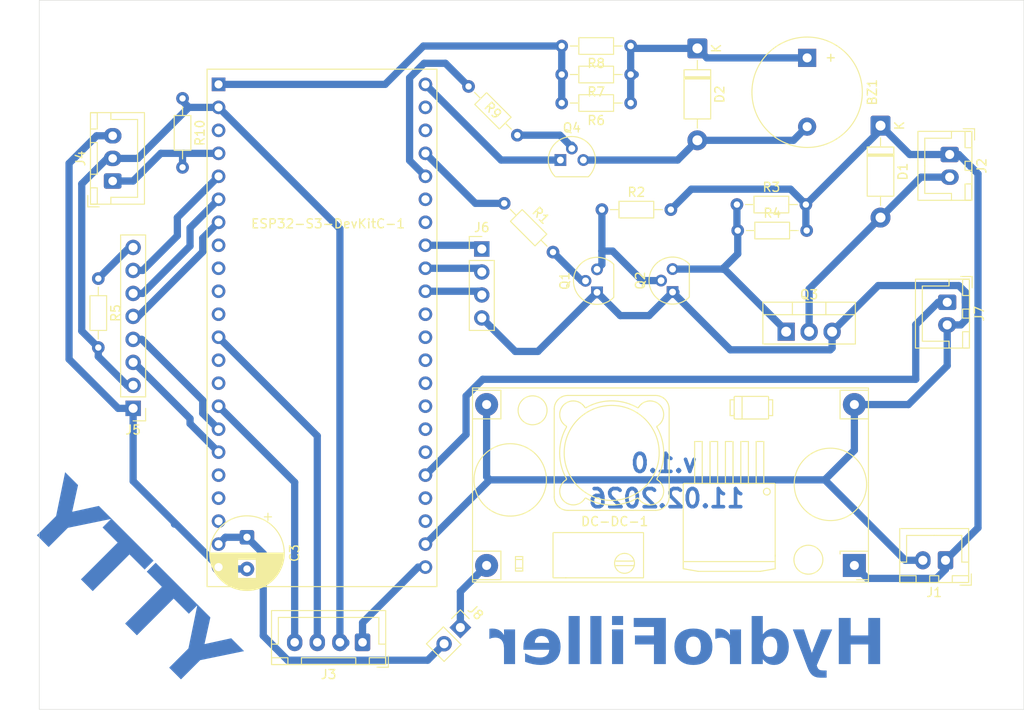
<source format=kicad_pcb>
(kicad_pcb (version 20241229) (generator "pcbnew") (generator_version "9.0")
  (title_block (title "HydroFiller") (date "2026-02-10") (rev "v.1.0") (comment 4 "YTTY"))
  (layers (0 "F.Cu" signal) (2 "B.Cu" signal) (13 "F.Paste" user) (15 "B.Paste" user) (5 "F.SilkS" user "F.Silkscreen") (7 "B.SilkS" user "B.Silkscreen") (1 "F.Mask" user) (3 "B.Mask" user) (25 "Edge.Cuts" user))
  (net 0 "")
  (net 1 "GND")
  (net 2 "Net-(BZ1-+)")
  (net 3 "+12V")
  (net 4 "Net-(DC-DC-1-Vout)")
  (net 5 "Net-(D1-A)")
  (net 8 "Net-(ESP32-S3-DevKitC-1-11)")
  (net 10 "Net-(J5-Pin_7)")
  (net 11 "Net-(ESP32-S3-DevKitC-1-8)")
  (net 16 "Net-(ESP32-S3-DevKitC-1-9)")
  (net 18 "Net-(J5-Pin_6)")
  (net 20 "Net-(J5-Pin_5)")
  (net 21 "Net-(J5-Pin_8)")
  (net 22 "Net-(Q1-B)")
  (net 23 "Net-(Q1-C)")
  (net 24 "Net-(Q2-C)")
  (net 25 "Net-(ESP32-S3-DevKitC-1-10)")
  (net 26 "Net-(J4-Pin_1)")
  (net 27 "Net-(J3-Pin_2)")
  (net 28 "Net-(BZ1--)")
  (net 29 "Net-(ESP32-S3-DevKitC-1-21)")
  (net 34 "Net-(ESP32-S3-DevKitC-1-39)")
  (net 36 "Net-(ESP32-S3-DevKitC-1-2)")
  (net 39 "Net-(ESP32-S3-DevKitC-1-38)")
  (net 41 "Net-(ESP32-S3-DevKitC-1-1)")
  (net 44 "Net-(ESP32-S3-DevKitC-1-40)")
  (net 48 "unconnected-(ESP32-S3-DevKitC-1-12-Pad18)")
  (net 49 "Net-(Q4-B)")
  (net 50 "Net-(ESP32-S3-DevKitC-1-5Vin)")
  (footprint "Package_TO_SOT_THT:TO-92" (layer "F.Cu") (at 143.82 76.21)
    (property "Reference" "Q4" (at 1.27 -3.56 0) (layer "F.SilkS"))
    (property "Value" "S8050")
    (pad "1" thru_hole rect (at 0 0) (size 1.3 1.3) (drill 0.75) (layers "*.Cu" "*.Mask") (net 1 "GND"))
    (pad "2" thru_hole circle (at 1.27 -1.27) (size 1.3 1.3) (drill 0.75) (layers "*.Cu" "*.Mask") (net 49 "Net-(Q4-B)"))
    (pad "3" thru_hole circle (at 2.54 0) (size 1.3 1.3) (drill 0.75) (layers "*.Cu" "*.Mask") (net 28 "Net-(BZ1--)"))
  )
  (footprint "Connector_PinHeader_2.54mm:PinHeader_1x02_P2.54mm_Vertical" (layer "F.Cu") (at 132.77 127.87 -45)
    (property "Reference" "J8" (at 0 -2.38 135) (layer "F.SilkS"))
    (property "Value" "ESP Power Off When USB")
    (pad "1" thru_hole rect (at 0 0 315) (size 1.7 1.7) (drill 1) (layers "*.Cu" "*.Mask") (net 4 "Net-(DC-DC-1-Vout)"))
    (pad "2" thru_hole circle (at 0 2.54 315) (size 1.7 1.7) (drill 1) (layers "*.Cu" "*.Mask") (net 50 "Net-(ESP32-S3-DevKitC-1-5Vin)"))
  )
  (footprint "Connector_JST:JST_XH_B3B-XH-A_1x03_P2.50mm_Vertical" (layer "F.Cu") (at 94.35 78.53 90)
    (property "Reference" "J4" (at 2.5 -3.55 90) (layer "F.SilkS"))
    (property "Value" "Temperature")
    (pad "1" thru_hole roundrect (at 0 0 90) (size 1.7 1.95) (drill 0.95) (layers "*.Cu" "*.Mask") (roundrect_rratio 0.147059) (net 26 "Net-(J4-Pin_1)"))
    (pad "2" thru_hole oval (at 2.5 0 90) (size 1.7 1.95) (drill 0.95) (layers "*.Cu" "*.Mask") (net 27 "Net-(J3-Pin_2)"))
    (pad "3" thru_hole oval (at 5 0 90) (size 1.7 1.95) (drill 0.95) (layers "*.Cu" "*.Mask") (net 1 "GND"))
  )
  (footprint "Resistor_THT:R_Axial_DIN0204_L3.6mm_D1.6mm_P7.62mm_Horizontal" (layer "F.Cu") (at 163.33 81.13)
    (property "Reference" "R3" (at 3.81 -1.92 0) (layer "F.SilkS"))
    (property "Value" "4,7k")
    (pad "1" thru_hole circle (at 0 0) (size 1.4 1.4) (drill 0.7) (layers "*.Cu" "*.Mask") (net 24 "Net-(Q2-C)"))
    (pad "2" thru_hole circle (at 7.62 0) (size 1.4 1.4) (drill 0.7) (layers "*.Cu" "*.Mask") (net 3 "+12V"))
  )
  (footprint "Connector_JST:JST_XH_B2B-XH-A_1x02_P2.50mm_Vertical" (layer "F.Cu") (at 186.38 120.44 180)
    (property "Reference" "J1" (at 1.25 -3.55 0) (layer "F.SilkS"))
    (property "Value" "12V 5A")
    (pad "1" thru_hole roundrect (at 0 0 180) (size 1.7 2) (drill 1) (layers "*.Cu" "*.Mask") (roundrect_rratio 0.147059) (net 3 "+12V"))
    (pad "2" thru_hole oval (at 2.5 0 180) (size 1.7 2) (drill 1) (layers "*.Cu" "*.Mask") (net 1 "GND"))
  )
  (footprint "RF_Module:1_ESP32-S3-DevKitC-1" (layer "F.Cu") (at 106.05 67.85)
    (property "Reference" "ESP32-S3-DevKitC-1" (at 12.1 15.4 0) (layer "F.SilkS"))
    (property "Value" "~")
    (pad "1" thru_hole rect (at 0 0) (size 1.5 1.5) (drill 0.9) (layers "*.Cu" "*.Mask") (net 27 "Net-(J3-Pin_2)"))
    (pad "2" thru_hole circle (at 0 2.54) (size 1.5 1.5) (drill 0.9) (layers "*.Cu" "*.Mask") (net 27 "Net-(J3-Pin_2)"))
    (pad "3" thru_hole circle (at 0 5.08) (size 1.5 1.5) (drill 0.9) (layers "*.Cu" "*.Mask"))
    (pad "4" thru_hole circle (at 0 7.62) (size 1.5 1.5) (drill 0.9) (layers "*.Cu" "*.Mask") (net 26 "Net-(J4-Pin_1)"))
    (pad "5" thru_hole circle (at 0 10.16) (size 1.5 1.5) (drill 0.9) (layers "*.Cu" "*.Mask") (net 10 "Net-(J5-Pin_7)"))
    (pad "6" thru_hole circle (at 0 12.7) (size 1.5 1.5) (drill 0.9) (layers "*.Cu" "*.Mask") (net 18 "Net-(J5-Pin_6)"))
    (pad "7" thru_hole circle (at 0 15.24) (size 1.5 1.5) (drill 0.9) (layers "*.Cu" "*.Mask") (net 20 "Net-(J5-Pin_5)"))
    (pad "8" thru_hole circle (at 0 17.78) (size 1.5 1.5) (drill 0.9) (layers "*.Cu" "*.Mask"))
    (pad "9" thru_hole circle (at 0 20.32) (size 1.5 1.5) (drill 0.9) (layers "*.Cu" "*.Mask"))
    (pad "10" thru_hole circle (at 0 22.86) (size 1.5 1.5) (drill 0.9) (layers "*.Cu" "*.Mask"))
    (pad "11" thru_hole circle (at 0 25.4) (size 1.5 1.5) (drill 0.9) (layers "*.Cu" "*.Mask"))
    (pad "12" thru_hole circle (at 0 27.94) (size 1.5 1.5) (drill 0.9) (layers "*.Cu" "*.Mask") (net 11 "Net-(ESP32-S3-DevKitC-1-8)"))
    (pad "13" thru_hole circle (at 0 30.48) (size 1.5 1.5) (drill 0.9) (layers "*.Cu" "*.Mask"))
    (pad "14" thru_hole circle (at 0 33.02) (size 1.5 1.5) (drill 0.9) (layers "*.Cu" "*.Mask"))
    (pad "15" thru_hole circle (at 0 35.56) (size 1.5 1.5) (drill 0.9) (layers "*.Cu" "*.Mask") (net 16 "Net-(ESP32-S3-DevKitC-1-9)"))
    (pad "16" thru_hole circle (at 0 38.102376) (size 1.5 1.5) (drill 0.9) (layers "*.Cu" "*.Mask") (net 25 "Net-(ESP32-S3-DevKitC-1-10)"))
    (pad "17" thru_hole circle (at 0 40.642376) (size 1.5 1.5) (drill 0.9) (layers "*.Cu" "*.Mask") (net 8 "Net-(ESP32-S3-DevKitC-1-11)"))
    (pad "18" thru_hole circle (at 0 43.182376) (size 1.5 1.5) (drill 0.9) (layers "*.Cu" "*.Mask") (net 48 "unconnected-(ESP32-S3-DevKitC-1-12-Pad18)"))
    (pad "19" thru_hole circle (at 0 45.722376) (size 1.5 1.5) (drill 0.9) (layers "*.Cu" "*.Mask"))
    (pad "20" thru_hole circle (at 0 48.262376) (size 1.5 1.5) (drill 0.9) (layers "*.Cu" "*.Mask"))
    (pad "21" thru_hole circle (at 0 50.802376) (size 1.5 1.5) (drill 0.9) (layers "*.Cu" "*.Mask") (net 50 "Net-(ESP32-S3-DevKitC-1-5Vin)"))
    (pad "22" thru_hole circle (at 0 53.342376) (size 1.5 1.5) (drill 0.9) (layers "*.Cu" "*.Mask") (net 1 "GND"))
    (pad "23" thru_hole circle (at 22.86 53.34) (size 1.5 1.5) (drill 0.9) (layers "*.Cu" "*.Mask") (net 1 "GND"))
    (pad "24" thru_hole circle (at 22.86 50.8) (size 1.5 1.5) (drill 0.9) (layers "*.Cu" "*.Mask") (net 1 "GND"))
    (pad "25" thru_hole circle (at 22.86 48.26) (size 1.5 1.5) (drill 0.9) (layers "*.Cu" "*.Mask"))
    (pad "26" thru_hole circle (at 22.86 45.72) (size 1.5 1.5) (drill 0.9) (layers "*.Cu" "*.Mask"))
    (pad "27" thru_hole circle (at 22.86 43.18) (size 1.5 1.5) (drill 0.9) (layers "*.Cu" "*.Mask") (net 29 "Net-(ESP32-S3-DevKitC-1-21)"))
    (pad "28" thru_hole circle (at 22.86 40.64) (size 1.5 1.5) (drill 0.9) (layers "*.Cu" "*.Mask"))
    (pad "29" thru_hole circle (at 22.86 38.1) (size 1.5 1.5) (drill 0.9) (layers "*.Cu" "*.Mask"))
    (pad "30" thru_hole circle (at 22.86 35.56) (size 1.5 1.5) (drill 0.9) (layers "*.Cu" "*.Mask"))
    (pad "31" thru_hole circle (at 22.86 33.02) (size 1.5 1.5) (drill 0.9) (layers "*.Cu" "*.Mask"))
    (pad "32" thru_hole circle (at 22.86 30.48) (size 1.5 1.5) (drill 0.9) (layers "*.Cu" "*.Mask"))
    (pad "33" thru_hole circle (at 22.86 27.94) (size 1.5 1.5) (drill 0.9) (layers "*.Cu" "*.Mask"))
    (pad "34" thru_hole circle (at 22.86 25.4) (size 1.5 1.5) (drill 0.9) (layers "*.Cu" "*.Mask"))
    (pad "35" thru_hole circle (at 22.86 22.86) (size 1.5 1.5) (drill 0.9) (layers "*.Cu" "*.Mask") (net 39 "Net-(ESP32-S3-DevKitC-1-38)"))
    (pad "36" thru_hole circle (at 22.86 20.32) (size 1.5 1.5) (drill 0.9) (layers "*.Cu" "*.Mask") (net 34 "Net-(ESP32-S3-DevKitC-1-39)"))
    (pad "37" thru_hole circle (at 22.86 17.78) (size 1.5 1.5) (drill 0.9) (layers "*.Cu" "*.Mask") (net 44 "Net-(ESP32-S3-DevKitC-1-40)"))
    (pad "38" thru_hole circle (at 22.86 15.24) (size 1.5 1.5) (drill 0.9) (layers "*.Cu" "*.Mask"))
    (pad "39" thru_hole circle (at 22.86 12.7) (size 1.5 1.5) (drill 0.9) (layers "*.Cu" "*.Mask"))
    (pad "40" thru_hole circle (at 22.86 10.16) (size 1.5 1.5) (drill 0.9) (layers "*.Cu" "*.Mask") (net 36 "Net-(ESP32-S3-DevKitC-1-2)"))
    (pad "41" thru_hole circle (at 22.86 7.62) (size 1.5 1.5) (drill 0.9) (layers "*.Cu" "*.Mask") (net 41 "Net-(ESP32-S3-DevKitC-1-1)"))
    (pad "42" thru_hole circle (at 22.86 5.08) (size 1.5 1.5) (drill 0.9) (layers "*.Cu" "*.Mask"))
    (pad "43" thru_hole circle (at 22.86 2.54) (size 1.5 1.5) (drill 0.9) (layers "*.Cu" "*.Mask"))
    (pad "44" thru_hole circle (at 22.86 0) (size 1.5 1.5) (drill 0.9) (layers "*.Cu" "*.Mask") (net 1 "GND"))
  )
  (footprint "Resistor_THT:R_Axial_DIN0204_L3.6mm_D1.6mm_P7.62mm_Horizontal" (layer "F.Cu") (at 102.07 69.4 -90)
    (property "Reference" "R10" (at 3.81 -1.92 90) (layer "F.SilkS"))
    (property "Value" "4,7k")
    (pad "1" thru_hole circle (at 0 0 270) (size 1.4 1.4) (drill 0.7) (layers "*.Cu" "*.Mask") (net 27 "Net-(J3-Pin_2)"))
    (pad "2" thru_hole circle (at 7.62 0 270) (size 1.4 1.4) (drill 0.7) (layers "*.Cu" "*.Mask") (net 26 "Net-(J4-Pin_1)"))
  )
  (footprint "Connector_JST:JST_XH_B2B-XH-A_1x02_P2.50mm_Vertical" (layer "F.Cu") (at 186.84 75.6 -90)
    (property "Reference" "J2" (at 1.25 -3.55 90) (layer "F.SilkS"))
    (property "Value" "Solenoid output")
    (pad "1" thru_hole roundrect (at 0 0 270) (size 1.7 2) (drill 1) (layers "*.Cu" "*.Mask") (roundrect_rratio 0.147059) (net 3 "+12V"))
    (pad "2" thru_hole oval (at 2.5 0 270) (size 1.7 2) (drill 1) (layers "*.Cu" "*.Mask") (net 5 "Net-(D1-A)"))
  )
  (footprint "Resistor_THT:R_Axial_DIN0204_L3.6mm_D1.6mm_P7.62mm_Horizontal" (layer "F.Cu") (at 139.064077 73.464077 135)
    (property "Reference" "R9" (at 3.84 0.03 135) (layer "F.SilkS"))
    (property "Value" "1k")
    (pad "1" thru_hole circle (at 0 0 135) (size 1.4 1.4) (drill 0.7) (layers "*.Cu" "*.Mask") (net 49 "Net-(Q4-B)"))
    (pad "2" thru_hole circle (at 7.62 0 135) (size 1.4 1.4) (drill 0.7) (layers "*.Cu" "*.Mask") (net 36 "Net-(ESP32-S3-DevKitC-1-2)"))
  )
  (footprint "Resistor_THT:R_Axial_DIN0204_L3.6mm_D1.6mm_P7.62mm_Horizontal" (layer "F.Cu") (at 151.59 63.61 180)
    (property "Reference" "R8" (at 3.81 -1.92 0) (layer "F.SilkS"))
    (property "Value" "22")
    (pad "1" thru_hole circle (at 0 0 180) (size 1.4 1.4) (drill 0.7) (layers "*.Cu" "*.Mask") (net 2 "Net-(BZ1-+)"))
    (pad "2" thru_hole circle (at 7.62 0 180) (size 1.4 1.4) (drill 0.7) (layers "*.Cu" "*.Mask") (net 27 "Net-(J3-Pin_2)"))
  )
  (footprint "Package_TO_SOT_THT:TO-92" (layer "F.Cu") (at 156.22 90.8 90)
    (property "Reference" "Q2" (at 1.27 -3.56 90) (layer "F.SilkS"))
    (property "Value" "S8050")
    (pad "1" thru_hole rect (at 0 0 90) (size 1.3 1.3) (drill 0.75) (layers "*.Cu" "*.Mask") (net 1 "GND"))
    (pad "2" thru_hole circle (at 1.27 -1.27 90) (size 1.3 1.3) (drill 0.75) (layers "*.Cu" "*.Mask") (net 23 "Net-(Q1-C)"))
    (pad "3" thru_hole circle (at 2.54 0 90) (size 1.3 1.3) (drill 0.75) (layers "*.Cu" "*.Mask") (net 24 "Net-(Q2-C)"))
  )
  (footprint "Capacitor_THT:CP_Radial_D8.0mm_P3.50mm" (layer "F.Cu") (at 109.19 117.897349 -90)
    (property "Reference" "C3" (at 1.75 -5.25 90) (layer "F.SilkS"))
    (property "Value" "470uF 16V")
    (pad "1" thru_hole roundrect (at 0 0 270) (size 1.6 1.6) (drill 0.8) (layers "*.Cu" "*.Mask") (roundrect_rratio 0.15625) (net 50 "Net-(ESP32-S3-DevKitC-1-5Vin)"))
    (pad "2" thru_hole circle (at 3.5 0 270) (size 1.6 1.6) (drill 0.8) (layers "*.Cu" "*.Mask") (net 1 "GND"))
  )
  (footprint "Resistor_THT:R_Axial_DIN0204_L3.6mm_D1.6mm_P7.62mm_Horizontal" (layer "F.Cu") (at 151.59 69.91 180)
    (property "Reference" "R6" (at 3.81 -1.92 0) (layer "F.SilkS"))
    (property "Value" "22")
    (pad "1" thru_hole circle (at 0 0 180) (size 1.4 1.4) (drill 0.7) (layers "*.Cu" "*.Mask") (net 2 "Net-(BZ1-+)"))
    (pad "2" thru_hole circle (at 7.62 0 180) (size 1.4 1.4) (drill 0.7) (layers "*.Cu" "*.Mask") (net 27 "Net-(J3-Pin_2)"))
  )
  (footprint "Diode_THT:D_DO-41_SOD81_P10.16mm_Horizontal" (layer "F.Cu") (at 158.96 63.87 -90)
    (property "Reference" "D2" (at 5.08 -2.47 90) (layer "F.SilkS"))
    (property "Value" "1N5819")
    (fp_text user "K" (at 0 -2.1 90) (layer "F.SilkS"))
    (pad "1" thru_hole roundrect (at 0 0 270) (size 2.2 2.2) (drill 1.1) (layers "*.Cu" "*.Mask") (roundrect_rratio 0.113636) (net 2 "Net-(BZ1-+)"))
    (pad "2" thru_hole circle (at 10.16 0 270) (size 2.2 2.2) (drill 1.1) (layers "*.Cu" "*.Mask") (net 28 "Net-(BZ1--)"))
  )
  (footprint "Connector_JST:JST_XH_B4B-XH-A_1x04_P2.50mm_Vertical" (layer "F.Cu") (at 121.96 129.505 180)
    (property "Reference" "J3" (at 3.75 -3.55 180) (layer "F.SilkS"))
    (property "Value" "Pressure transmitter")
    (pad "1" thru_hole roundrect (at 0 0 180) (size 1.7 1.95) (drill 0.95) (layers "*.Cu" "*.Mask") (roundrect_rratio 0.147059) (net 1 "GND"))
    (pad "2" thru_hole oval (at 2.5 0 180) (size 1.7 1.95) (drill 0.95) (layers "*.Cu" "*.Mask") (net 27 "Net-(J3-Pin_2)"))
    (pad "3" thru_hole oval (at 5 0 180) (size 1.7 1.95) (drill 0.95) (layers "*.Cu" "*.Mask") (net 11 "Net-(ESP32-S3-DevKitC-1-8)"))
    (pad "4" thru_hole oval (at 7.5 0 180) (size 1.7 1.95) (drill 0.95) (layers "*.Cu" "*.Mask") (net 16 "Net-(ESP32-S3-DevKitC-1-9)"))
  )
  (footprint "Resistor_THT:R_Axial_DIN0204_L3.6mm_D1.6mm_P7.62mm_Horizontal" (layer "F.Cu") (at 148.41 81.69)
    (property "Reference" "R2" (at 3.81 -1.92 0) (layer "F.SilkS"))
    (property "Value" "10k")
    (pad "1" thru_hole circle (at 0 0) (size 1.4 1.4) (drill 0.7) (layers "*.Cu" "*.Mask") (net 23 "Net-(Q1-C)"))
    (pad "2" thru_hole circle (at 7.62 0) (size 1.4 1.4) (drill 0.7) (layers "*.Cu" "*.Mask") (net 3 "+12V"))
  )
  (footprint "Package_TO_SOT_THT:TO-92" (layer "F.Cu") (at 147.87 90.83 90)
    (property "Reference" "Q1" (at 1.27 -3.56 90) (layer "F.SilkS"))
    (property "Value" "S8050")
    (pad "1" thru_hole rect (at 0 0 90) (size 1.3 1.3) (drill 0.75) (layers "*.Cu" "*.Mask") (net 1 "GND"))
    (pad "2" thru_hole circle (at 1.27 -1.27 90) (size 1.3 1.3) (drill 0.75) (layers "*.Cu" "*.Mask") (net 22 "Net-(Q1-B)"))
    (pad "3" thru_hole circle (at 2.54 0 90) (size 1.3 1.3) (drill 0.75) (layers "*.Cu" "*.Mask") (net 23 "Net-(Q1-C)"))
  )
  (footprint "Resistor_THT:R_Axial_DIN0204_L3.6mm_D1.6mm_P7.62mm_Horizontal" (layer "F.Cu") (at 163.42 84)
    (property "Reference" "R4" (at 3.81 -1.92 0) (layer "F.SilkS"))
    (property "Value" "4,7k")
    (pad "1" thru_hole circle (at 0 0) (size 1.4 1.4) (drill 0.7) (layers "*.Cu" "*.Mask") (net 24 "Net-(Q2-C)"))
    (pad "2" thru_hole circle (at 7.62 0) (size 1.4 1.4) (drill 0.7) (layers "*.Cu" "*.Mask") (net 3 "+12V"))
  )
  (footprint "MountingHole:MountingHole_2.2mm_M2" (layer "F.Cu") (at 188.82 64.9)
    (property "Reference" "REF**" (hide yes))
    (property "Value" "MountingHole_2.2mm_M2" (hide yes))
    (pad "" np_thru_hole circle (at 0 0) (size 2.2 2.2) (drill 2.2) (layers "*.Cu" "*.Mask"))
  )
  (footprint "Diode_THT:D_DO-41_SOD81_P10.16mm_Horizontal" (layer "F.Cu") (at 179.2 72.41 -90)
    (property "Reference" "D1" (at 5.08 -2.47 90) (layer "F.SilkS"))
    (property "Value" "1N5819")
    (fp_text user "K" (at 0 -2.1 90) (layer "F.SilkS"))
    (pad "1" thru_hole roundrect (at 0 0 270) (size 2.2 2.2) (drill 1.1) (layers "*.Cu" "*.Mask") (roundrect_rratio 0.113636) (net 3 "+12V"))
    (pad "2" thru_hole circle (at 10.16 0 270) (size 2.2 2.2) (drill 1.1) (layers "*.Cu" "*.Mask") (net 5 "Net-(D1-A)"))
  )
  (footprint "Buzzer_Beeper:Buzzer_12x9.5RM7.6" (layer "F.Cu") (at 171.09 64.92 -90)
    (property "Reference" "BZ1" (at 3.8 -7.2 90) (layer "F.SilkS"))
    (property "Value" "~")
    (fp_text user "+" (at -0.01 -2.54 90) (layer "F.SilkS"))
    (pad "1" thru_hole rect (at 0 0 270) (size 2 2) (drill 1) (layers "*.Cu" "*.Mask") (net 2 "Net-(BZ1-+)"))
    (pad "2" thru_hole circle (at 7.6 0 270) (size 2 2) (drill 1) (layers "*.Cu" "*.Mask") (net 28 "Net-(BZ1--)"))
  )
  (footprint "Package_TO_SOT_THT:TO-220-3_Vertical" (layer "F.Cu") (at 168.77 95.18)
    (property "Reference" "Q3" (at 2.54 -4.1 0) (layer "F.SilkS"))
    (property "Value" "IRFZ44N" (hide yes))
    (pad "1" thru_hole rect (at 0 0) (size 1.905 2) (drill 1.1) (layers "*.Cu" "*.Mask") (net 24 "Net-(Q2-C)"))
    (pad "2" thru_hole oval (at 2.54 0) (size 1.905 2) (drill 1.1) (layers "*.Cu" "*.Mask") (net 5 "Net-(D1-A)"))
    (pad "3" thru_hole oval (at 5.08 0) (size 1.905 2) (drill 1.1) (layers "*.Cu" "*.Mask") (net 1 "GND"))
  )
  (footprint "Resistor_THT:R_Axial_DIN0204_L3.6mm_D1.6mm_P7.62mm_Horizontal" (layer "F.Cu") (at 92.76 89.31 -90)
    (property "Reference" "R5" (at 3.81 -1.92 90) (layer "F.SilkS"))
    (property "Value" "100")
    (pad "1" thru_hole circle (at 0 0 270) (size 1.4 1.4) (drill 0.7) (layers "*.Cu" "*.Mask") (net 21 "Net-(J5-Pin_8)"))
    (pad "2" thru_hole circle (at 7.62 0 270) (size 1.4 1.4) (drill 0.7) (layers "*.Cu" "*.Mask") (net 27 "Net-(J3-Pin_2)"))
  )
  (footprint "MountingHole:MountingHole_2.2mm_M2" (layer "F.Cu") (at 188.5 130.5)
    (property "Reference" "REF**" (hide yes))
    (property "Value" "MountingHole_2.2mm_M2" (hide yes))
    (pad "" np_thru_hole circle (at 0 0) (size 2.2 2.2) (drill 2.2) (layers "*.Cu" "*.Mask"))
  )
  (footprint "Resistor_THT:R_Axial_DIN0204_L3.6mm_D1.6mm_P7.62mm_Horizontal" (layer "F.Cu") (at 151.59 66.76 180)
    (property "Reference" "R7" (at 3.81 -1.92 0) (layer "F.SilkS"))
    (property "Value" "22")
    (pad "1" thru_hole circle (at 0 0 180) (size 1.4 1.4) (drill 0.7) (layers "*.Cu" "*.Mask") (net 2 "Net-(BZ1-+)"))
    (pad "2" thru_hole circle (at 7.62 0 180) (size 1.4 1.4) (drill 0.7) (layers "*.Cu" "*.Mask") (net 27 "Net-(J3-Pin_2)"))
  )
  (footprint "MountingHole:MountingHole_2.2mm_M2" (layer "F.Cu") (at 92.92 64.9)
    (property "Reference" "REF**" (hide yes))
    (property "Value" "MountingHole_2.2mm_M2" (hide yes))
    (pad "" np_thru_hole circle (at 0 0) (size 2.2 2.2) (drill 2.2) (layers "*.Cu" "*.Mask"))
  )
  (footprint "Connector_PinHeader_2.54mm:PinHeader_1x04_P2.54mm_Vertical" (layer "F.Cu") (at 135.14 86.04)
    (property "Reference" "J6" (at 0 -2.38 0) (layer "F.SilkS"))
    (property "Value" "Status LEDs")
    (pad "1" thru_hole rect (at 0 0) (size 1.7 1.7) (drill 1) (layers "*.Cu" "*.Mask") (net 44 "Net-(ESP32-S3-DevKitC-1-40)"))
    (pad "2" thru_hole circle (at 0 2.54) (size 1.7 1.7) (drill 1) (layers "*.Cu" "*.Mask") (net 34 "Net-(ESP32-S3-DevKitC-1-39)"))
    (pad "3" thru_hole circle (at 0 5.08) (size 1.7 1.7) (drill 1) (layers "*.Cu" "*.Mask") (net 39 "Net-(ESP32-S3-DevKitC-1-38)"))
    (pad "4" thru_hole circle (at 0 7.62) (size 1.7 1.7) (drill 1) (layers "*.Cu" "*.Mask") (net 1 "GND"))
  )
  (footprint "MountingHole:MountingHole_2.2mm_M2" (layer "F.Cu") (at 92.6 130.66)
    (property "Reference" "REF**" (hide yes))
    (property "Value" "MountingHole_2.2mm_M2" (hide yes))
    (pad "" np_thru_hole circle (at 0 0) (size 2.2 2.2) (drill 2.2) (layers "*.Cu" "*.Mask"))
  )
  (footprint "Resistor_THT:R_Axial_DIN0204_L3.6mm_D1.6mm_P7.62mm_Horizontal" (layer "F.Cu") (at 137.615924 80.995924 -45)
    (property "Reference" "R1" (at 3.81 -1.92 135) (layer "F.SilkS"))
    (property "Value" "220")
    (pad "1" thru_hole circle (at 0 0 315) (size 1.4 1.4) (drill 0.7) (layers "*.Cu" "*.Mask") (net 41 "Net-(ESP32-S3-DevKitC-1-1)"))
    (pad "2" thru_hole circle (at 7.62 0 315) (size 1.4 1.4) (drill 0.7) (layers "*.Cu" "*.Mask") (net 22 "Net-(Q1-B)"))
  )
  (footprint "dc-dc:1_DCDC_StepDown_LM2596" (layer "F.Cu") (at 176.31 121.01 180)
    (property "Reference" "DC-DC-1" (at 26.49 4.86 0) (layer "F.SilkS"))
    (property "Value" "YAAJ_DCDC_StepDown_LM2596")
    (pad "1" thru_hole rect (at 0 0 180) (size 2.54 2.54) (drill 1) (layers "*.Cu" "*.Mask") (net 3 "+12V"))
    (pad "2" thru_hole circle (at 0 17.78 180) (size 2.54 2.54) (drill 1) (layers "*.Cu" "*.Mask") (net 1 "GND"))
    (pad "3" thru_hole circle (at 40.64 17.78 180) (size 2.54 2.54) (drill 1) (layers "*.Cu" "*.Mask") (net 1 "GND"))
    (pad "4" thru_hole circle (at 40.64 0 180) (size 2.54 2.54) (drill 1) (layers "*.Cu" "*.Mask") (net 4 "Net-(DC-DC-1-Vout)"))
  )
  (footprint "Connector_JST:JST_XH_B2B-XH-A_1x02_P2.50mm_Vertical" (layer "F.Cu") (at 186.57 91.93 -90)
    (property "Reference" "J7" (at 1.25 -3.55 270) (layer "F.SilkS"))
    (property "Value" "Manual Start Btn")
    (pad "1" thru_hole roundrect (at 0 0 270) (size 1.7 2) (drill 1) (layers "*.Cu" "*.Mask") (roundrect_rratio 0.147059) (net 29 "Net-(ESP32-S3-DevKitC-1-21)"))
    (pad "2" thru_hole oval (at 2.5 0 270) (size 1.7 2) (drill 1) (layers "*.Cu" "*.Mask") (net 1 "GND"))
  )
  (footprint "Connector_PinHeader_2.54mm:PinHeader_1x08_P2.54mm_Vertical" (layer "F.Cu") (at 96.61 103.65 180)
    (property "Reference" "J5" (at 0 -2.38 0) (layer "F.SilkS"))
    (property "Value" "Display TFT 1.77''")
    (pad "1" thru_hole rect (at 0 0 180) (size 1.7 1.7) (drill 1) (layers "*.Cu" "*.Mask") (net 1 "GND"))
    (pad "2" thru_hole circle (at 0 2.54 180) (size 1.7 1.7) (drill 1) (layers "*.Cu" "*.Mask") (net 27 "Net-(J3-Pin_2)"))
    (pad "3" thru_hole circle (at 0 5.08 180) (size 1.7 1.7) (drill 1) (layers "*.Cu" "*.Mask") (net 8 "Net-(ESP32-S3-DevKitC-1-11)"))
    (pad "4" thru_hole circle (at 0 7.62 180) (size 1.7 1.7) (drill 1) (layers "*.Cu" "*.Mask") (net 25 "Net-(ESP32-S3-DevKitC-1-10)"))
    (pad "5" thru_hole circle (at 0 10.16 180) (size 1.7 1.7) (drill 1) (layers "*.Cu" "*.Mask") (net 20 "Net-(J5-Pin_5)"))
    (pad "6" thru_hole circle (at 0 12.7 180) (size 1.7 1.7) (drill 1) (layers "*.Cu" "*.Mask") (net 18 "Net-(J5-Pin_6)"))
    (pad "7" thru_hole circle (at 0 15.24 180) (size 1.7 1.7) (drill 1) (layers "*.Cu" "*.Mask") (net 10 "Net-(J5-Pin_7)"))
    (pad "8" thru_hole circle (at 0 17.78 180) (size 1.7 1.7) (drill 1) (layers "*.Cu" "*.Mask") (net 21 "Net-(J5-Pin_8)"))
  )
  (gr_rect (start 86.24 58.55) (end 195.04 136.92) (stroke (width 0.05)) (fill no) (layer "Edge.Cuts"))
  (gr_text "11.02.2026" (at 155.56 114.78 0) (layer "B.Cu") (effects (font (size 2 2) (thickness 0.4) (bold yes)) (justify bottom mirror)))
  (gr_text "v.1.0" (at 155.27 110.88 0) (layer "B.Cu") (effects (font (size 2 2) (thickness 0.4) (bold yes)) (justify bottom mirror)))
  (gr_text "YTTY" (at 102.91 136.3 315) (layer "B.Cu") (effects (font (size 7 7) (thickness 1.2) (bold yes)) (justify left bottom mirror)))
  (gr_text "HydroFiller" (at 179.8 132.76 0) (layer "B.Cu") (effects (font (size 5 5) (thickness 1) (bold yes)) (justify left bottom mirror)))
  (segment (start 181.93 120.44) (end 183.88 120.44) (width 0.8) (layer "B.Cu") (net 1))
  (segment (start 156.22 90.8) (end 162.601 97.181) (width 0.8) (layer "B.Cu") (net 1))
  (segment (start 176.31 103.23) (end 182.281313 103.23) (width 0.8) (layer "B.Cu") (net 1))
  (segment (start 176.31 108.28) (end 173.04 111.55) (width 0.8) (layer "B.Cu") (net 1))
  (segment (start 135.14 93.66) (end 138.84 97.36) (width 0.8) (layer "B.Cu") (net 1))
  (segment (start 121.96 127.335819) (end 128.105819 121.19) (width 0.8) (layer "B.Cu") (net 1))
  (segment (start 182.281313 103.23) (end 186.57 98.941313) (width 0.8) (layer "B.Cu") (net 1))
  (segment (start 96.61 103.65) (end 96.61 111.688664) (width 0.8) (layer "B.Cu") (net 1))
  (segment (start 109.19 121.397349) (end 106.254973 121.397349) (width 0.8) (layer "B.Cu") (net 1))
  (segment (start 101.17 116.44) (end 101.297624 116.44) (width 0.8) (layer "B.Cu") (net 1))
  (segment (start 94.35 73.53) (end 92.575 73.53) (width 0.8) (layer "B.Cu") (net 1))
  (segment (start 94.96 103.65) (end 96.61 103.65) (width 0.8) (layer "B.Cu") (net 1))
  (segment (start 188.07 94.43) (end 186.57 94.43) (width 0.8) (layer "B.Cu") (net 1))
  (segment (start 128.91 118.65) (end 136.01 111.55) (width 0.8) (layer "B.Cu") (net 1))
  (segment (start 173.85 95.18) (end 178.951 90.079) (width 0.8) (layer "B.Cu") (net 1))
  (segment (start 178.951 90.079) (end 187.845108 90.079) (width 0.8) (layer "B.Cu") (net 1))
  (segment (start 128.105819 121.19) (end 128.91 121.19) (width 0.8) (layer "B.Cu") (net 1))
  (segment (start 173.04 111.55) (end 181.93 120.44) (width 0.8) (layer "B.Cu") (net 1))
  (segment (start 136.01 111.55) (end 173.04 111.55) (width 0.8) (layer "B.Cu") (net 1))
  (segment (start 135.67 103.23) (end 135.67 111.21) (width 0.8) (layer "B.Cu") (net 1))
  (segment (start 173.649 97.181) (end 173.85 96.98) (width 0.8) (layer "B.Cu") (net 1))
  (segment (start 173.85 96.98) (end 173.85 95.18) (width 0.8) (layer "B.Cu") (net 1))
  (segment (start 188.571 93.929) (end 188.07 94.43) (width 0.8) (layer "B.Cu") (net 1))
  (segment (start 162.601 97.181) (end 173.649 97.181) (width 0.8) (layer "B.Cu") (net 1))
  (segment (start 137.27 76.21) (end 128.91 67.85) (width 0.8) (layer "B.Cu") (net 1))
  (segment (start 156.22 90.8) (end 156.6 90.8) (width 0.8) (layer "B.Cu") (net 1))
  (segment (start 135.67 111.21) (end 136.01 111.55) (width 0.8) (layer "B.Cu") (net 1))
  (segment (start 96.61 111.688664) (end 105.611336 120.69) (width 0.8) (layer "B.Cu") (net 1))
  (segment (start 121.96 129.505) (end 121.96 127.335819) (width 0.8) (layer "B.Cu") (net 1))
  (segment (start 188.571 90.804892) (end 188.571 93.929) (width 0.8) (layer "B.Cu") (net 1))
  (segment (start 156.22 90.8) (end 153.62 93.4) (width 0.8) (layer "B.Cu") (net 1))
  (segment (start 150.44 93.4) (end 147.87 90.83) (width 0.8) (layer "B.Cu") (net 1))
  (segment (start 143.82 76.21) (end 137.27 76.21) (width 0.8) (layer "B.Cu") (net 1))
  (segment (start 92.575 73.53) (end 89.529 76.576) (width 0.8) (layer "B.Cu") (net 1))
  (segment (start 186.57 98.941313) (end 186.57 94.43) (width 0.8) (layer "B.Cu") (net 1))
  (segment (start 188.571 90.804892) (end 188.571 91.94) (width 0.8) (layer "B.Cu") (net 1))
  (segment (start 138.84 97.36) (end 141.34 97.36) (width 0.8) (layer "B.Cu") (net 1))
  (segment (start 106.254973 121.397349) (end 106.05 121.192376) (width 0.8) (layer "B.Cu") (net 1))
  (segment (start 176.31 103.23) (end 176.31 108.28) (width 0.8) (layer "B.Cu") (net 1))
  (segment (start 187.845108 90.079) (end 188.571 90.804892) (width 0.8) (layer "B.Cu") (net 1))
  (segment (start 141.34 97.36) (end 147.87 90.83) (width 0.8) (layer "B.Cu") (net 1))
  (segment (start 89.529 98.219) (end 94.96 103.65) (width 0.8) (layer "B.Cu") (net 1))
  (segment (start 153.62 93.4) (end 150.44 93.4) (width 0.8) (layer "B.Cu") (net 1))
  (segment (start 89.529 76.576) (end 89.529 98.219) (width 0.8) (layer "B.Cu") (net 1))
  (segment (start 171.09 64.92) (end 160.01 64.92) (width 0.8) (layer "B.Cu") (net 2))
  (segment (start 151.85 63.87) (end 151.59 63.61) (width 0.8) (layer "B.Cu") (net 2))
  (segment (start 151.59 69.91) (end 151.59 66.76) (width 0.8) (layer "B.Cu") (net 2))
  (segment (start 158.96 63.87) (end 151.85 63.87) (width 0.8) (layer "B.Cu") (net 2))
  (segment (start 160.01 64.92) (end 158.96 63.87) (width 0.8) (layer "B.Cu") (net 2))
  (segment (start 151.59 63.61) (end 151.59 66.76) (width 0.8) (layer "B.Cu") (net 2))
  (segment (start 151.59 66.76) (end 152.1 66.76) (width 0.8) (layer "B.Cu") (net 2))
  (segment (start 186.38 121.44) (end 186.38 120.44) (width 0.8) (layer "B.Cu") (net 3))
  (segment (start 176.31 121.01) (end 177.741 122.441) (width 0.8) (layer "B.Cu") (net 3))
  (segment (start 189.972 116.848) (end 186.38 120.44) (width 0.8) (layer "B.Cu") (net 3))
  (segment (start 179.2 72.41) (end 179.24 72.41) (width 0.8) (layer "B.Cu") (net 3))
  (segment (start 182.43 75.6) (end 186.84 75.6) (width 0.8) (layer "B.Cu") (net 3))
  (segment (start 170.95 83.91) (end 171.04 84) (width 0.8) (layer "B.Cu") (net 3))
  (segment (start 179.24 72.41) (end 182.43 75.6) (width 0.8) (layer "B.Cu") (net 3))
  (segment (start 156.03 81.69) (end 158.291 79.429) (width 0.8) (layer "B.Cu") (net 3))
  (segment (start 179.2 72.88) (end 179.2 72.41) (width 0.8) (layer "B.Cu") (net 3))
  (segment (start 170.95 81.13) (end 170.95 83.91) (width 0.8) (layer "B.Cu") (net 3))
  (segment (start 169.249 79.429) (end 170.95 81.13) (width 0.8) (layer "B.Cu") (net 3))
  (segment (start 186.84 75.6) (end 187.84 75.6) (width 0.8) (layer "B.Cu") (net 3))
  (segment (start 189.972 77.732) (end 189.972 116.848) (width 0.8) (layer "B.Cu") (net 3))
  (segment (start 187.84 75.6) (end 189.972 77.732) (width 0.8) (layer "B.Cu") (net 3))
  (segment (start 185.379 122.441) (end 186.38 121.44) (width 0.8) (layer "B.Cu") (net 3))
  (segment (start 170.95 81.13) (end 179.2 72.88) (width 0.8) (layer "B.Cu") (net 3))
  (segment (start 158.291 79.429) (end 169.249 79.429) (width 0.8) (layer "B.Cu") (net 3))
  (segment (start 177.741 122.441) (end 185.379 122.441) (width 0.8) (layer "B.Cu") (net 3))
  (segment (start 132.77 127.87) (end 132.77 123.91) (width 0.8) (layer "B.Cu") (net 4))
  (segment (start 132.77 123.91) (end 135.67 121.01) (width 0.8) (layer "B.Cu") (net 4))
  (segment (start 179.2 82.57) (end 171.31 90.46) (width 0.8) (layer "B.Cu") (net 5))
  (segment (start 183.67 78.1) (end 179.2 82.57) (width 0.8) (layer "B.Cu") (net 5))
  (segment (start 186.84 78.1) (end 183.67 78.1) (width 0.8) (layer "B.Cu") (net 5))
  (segment (start 171.31 90.46) (end 171.31 95.18) (width 0.8) (layer "B.Cu") (net 5))
  (segment (start 102.898 104.78029) (end 102.898 105.340376) (width 0.8) (layer "B.Cu") (net 8))
  (segment (start 102.898 105.340376) (end 106.05 108.492376) (width 0.8) (layer "B.Cu") (net 8))
  (segment (start 96.68771 98.57) (end 102.898 104.78029) (width 0.8) (layer "B.Cu") (net 8))
  (segment (start 96.61 98.57) (end 96.68771 98.57) (width 0.8) (layer "B.Cu") (net 8))
  (segment (start 101.497 84.58) (end 101.497 82.563) (width 0.8) (layer "B.Cu") (net 10))
  (segment (start 96.61 88.41) (end 97.667 88.41) (width 0.8) (layer "B.Cu") (net 10))
  (segment (start 101.497 82.563) (end 106.05 78.01) (width 0.8) (layer "B.Cu") (net 10))
  (segment (start 97.667 88.41) (end 101.497 84.58) (width 0.8) (layer "B.Cu") (net 10))
  (segment (start 116.96 129.505) (end 116.96 106.7) (width 0.8) (layer "B.Cu") (net 11))
  (segment (start 116.96 106.7) (end 106.05 95.79) (width 0.8) (layer "B.Cu") (net 11))
  (segment (start 114.46 129.505) (end 114.46 111.82) (width 0.8) (layer "B.Cu") (net 16))
  (segment (start 114.46 111.82) (end 106.05 103.41) (width 0.8) (layer "B.Cu") (net 16))
  (segment (start 102.898 85.71) (end 102.898 83.702) (width 0.8) (layer "B.Cu") (net 18))
  (segment (start 96.61 90.95) (end 97.658 90.95) (width 0.8) (layer "B.Cu") (net 18))
  (segment (start 102.898 83.702) (end 106.05 80.55) (width 0.8) (layer "B.Cu") (net 18))
  (segment (start 97.658 90.95) (end 102.898 85.71) (width 0.8) (layer "B.Cu") (net 18))
  (segment (start 104.299 84.841) (end 106.05 83.09) (width 0.8) (layer "B.Cu") (net 20))
  (segment (start 97.164288 93.49) (end 104.299 86.355288) (width 0.8) (layer "B.Cu") (net 20))
  (segment (start 96.61 93.49) (end 97.164288 93.49) (width 0.8) (layer "B.Cu") (net 20))
  (segment (start 104.299 86.355288) (end 104.299 84.841) (width 0.8) (layer "B.Cu") (net 20))
  (segment (start 92.76 89.31) (end 96.2 85.87) (width 0.8) (layer "B.Cu") (net 21))
  (segment (start 96.61 85.87) (end 96.2 85.87) (width 0.8) (layer "B.Cu") (net 21))
  (segment (start 146.18 89.56) (end 146.219 89.56) (width 0.8) (layer "B.Cu") (net 22))
  (segment (start 143.004078 86.384078) (end 146.18 89.56) (width 0.8) (layer "B.Cu") (net 22))
  (segment (start 148.41 87.75) (end 147.87 88.29) (width 0.8) (layer "B.Cu") (net 23))
  (segment (start 148.41 81.69) (end 148.41 86.27) (width 0.8) (layer "B.Cu") (net 23))
  (segment (start 148.41 86.27) (end 149.59 86.27) (width 0.8) (layer "B.Cu") (net 23))
  (segment (start 148.41 86.27) (end 148.41 87.75) (width 0.8) (layer "B.Cu") (net 23))
  (segment (start 149.59 86.27) (end 152.85 89.53) (width 0.8) (layer "B.Cu") (net 23))
  (segment (start 152.85 89.53) (end 154.569 89.53) (width 0.8) (layer "B.Cu") (net 23))
  (segment (start 161.738 88.26) (end 161.834 88.164) (width 0.8) (layer "B.Cu") (net 24))
  (segment (start 161.738 88.26) (end 163.42 86.578) (width 0.8) (layer "B.Cu") (net 24))
  (segment (start 168.77 95.088) (end 161.84 88.158) (width 0.8) (layer "B.Cu") (net 24))
  (segment (start 163.33 83.91) (end 163.42 84) (width 0.8) (layer "B.Cu") (net 24))
  (segment (start 161.84 88.158) (end 161.834 88.164) (width 0.8) (layer "B.Cu") (net 24))
  (segment (start 156.22 88.26) (end 161.738 88.26) (width 0.8) (layer "B.Cu") (net 24))
  (segment (start 163.42 86.578) (end 163.42 84) (width 0.8) (layer "B.Cu") (net 24))
  (segment (start 168.77 95.18) (end 168.77 95.088) (width 0.8) (layer "B.Cu") (net 24))
  (segment (start 163.33 81.13) (end 163.33 83.91) (width 0.8) (layer "B.Cu") (net 24))
  (segment (start 97.569 96.03) (end 104.299 102.76) (width 0.8) (layer "B.Cu") (net 25))
  (segment (start 96.61 96.03) (end 97.569 96.03) (width 0.8) (layer "B.Cu") (net 25))
  (segment (start 104.299 104.201376) (end 106.05 105.952376) (width 0.8) (layer "B.Cu") (net 25))
  (segment (start 104.299 102.76) (end 104.299 104.201376) (width 0.8) (layer "B.Cu") (net 25))
  (segment (start 96.61 78.53) (end 99.67 75.47) (width 0.8) (layer "B.Cu") (net 26))
  (segment (start 102.2 75.47) (end 106.05 75.47) (width 0.8) (layer "B.Cu") (net 26))
  (segment (start 102.07 75.6) (end 102.2 75.47) (width 0.8) (layer "B.Cu") (net 26))
  (segment (start 94.35 78.53) (end 96.61 78.53) (width 0.8) (layer "B.Cu") (net 26))
  (segment (start 99.67 75.47) (end 102.2 75.47) (width 0.8) (layer "B.Cu") (net 26))
  (segment (start 102.07 77.02) (end 102.07 75.6) (width 0.8) (layer "B.Cu") (net 26))
  (segment (start 143.97 69.91) (end 143.97 66.76) (width 0.8) (layer "B.Cu") (net 27))
  (segment (start 97.128686 76.03) (end 102.768686 70.39) (width 0.8) (layer "B.Cu") (net 27))
  (segment (start 94.35 76.03) (end 97.128686 76.03) (width 0.8) (layer "B.Cu") (net 27))
  (segment (start 90.93 95.1) (end 90.93 78.848892) (width 0.8) (layer "B.Cu") (net 27))
  (segment (start 119.46 129.505) (end 119.46 83.8) (width 0.8) (layer "B.Cu") (net 27))
  (segment (start 120.109 129.505) (end 120.109 129.62) (width 0.8) (layer "B.Cu") (net 27))
  (segment (start 119.46 129.505) (end 120.109 129.505) (width 0.8) (layer "B.Cu") (net 27))
  (segment (start 93.748892 76.03) (end 94.35 76.03) (width 0.8) (layer "B.Cu") (net 27))
  (segment (start 143.97 63.61) (end 143.97 66.76) (width 0.8) (layer "B.Cu") (net 27))
  (segment (start 124.452399 67.85) (end 106.05 67.85) (width 0.8) (layer "B.Cu") (net 27))
  (segment (start 95.950051 101.11) (end 96.61 101.11) (width 0.8) (layer "B.Cu") (net 27))
  (segment (start 128.692399 63.61) (end 124.452399 67.85) (width 0.8) (layer "B.Cu") (net 27))
  (segment (start 92.76 96.93) (end 90.93 95.1) (width 0.8) (layer "B.Cu") (net 27))
  (segment (start 92.76 97.919949) (end 95.950051 101.11) (width 0.8) (layer "B.Cu") (net 27))
  (segment (start 102.07 69.691314) (end 102.768686 70.39) (width 0.8) (layer "B.Cu") (net 27))
  (segment (start 92.76 96.93) (end 92.76 97.919949) (width 0.8) (layer "B.Cu") (net 27))
  (segment (start 102.07 69.4) (end 102.07 69.691314) (width 0.8) (layer "B.Cu") (net 27))
  (segment (start 90.93 78.848892) (end 93.748892 76.03) (width 0.8) (layer "B.Cu") (net 27))
  (segment (start 102.768686 70.39) (end 106.05 70.39) (width 0.8) (layer "B.Cu") (net 27))
  (segment (start 143.97 63.61) (end 128.692399 63.61) (width 0.8) (layer "B.Cu") (net 27))
  (segment (start 119.46 83.8) (end 106.05 70.39) (width 0.8) (layer "B.Cu") (net 27))
  (segment (start 156.78 76.21) (end 158.96 74.03) (width 0.8) (layer "B.Cu") (net 28))
  (segment (start 169.58 74.03) (end 158.96 74.03) (width 0.8) (layer "B.Cu") (net 28))
  (segment (start 146.36 76.21) (end 156.78 76.21) (width 0.8) (layer "B.Cu") (net 28))
  (segment (start 171.09 72.52) (end 169.58 74.03) (width 0.8) (layer "B.Cu") (net 28))
  (segment (start 183.09 100.44) (end 183.09 94.41) (width 0.8) (layer "B.Cu") (net 29))
  (segment (start 133.399 106.541) (end 133.399 102.28932) (width 0.8) (layer "B.Cu") (net 29))
  (segment (start 183.09 94.41) (end 185.57 91.93) (width 0.8) (layer "B.Cu") (net 29))
  (segment (start 128.91 111.03) (end 133.399 106.541) (width 0.8) (layer "B.Cu") (net 29))
  (segment (start 135.24832 100.44) (end 183.09 100.44) (width 0.8) (layer "B.Cu") (net 29))
  (segment (start 185.57 91.93) (end 186.57 91.93) (width 0.8) (layer "B.Cu") (net 29))
  (segment (start 133.399 102.28932) (end 135.24832 100.44) (width 0.8) (layer "B.Cu") (net 29))
  (segment (start 128.91 88.17) (end 134.73 88.17) (width 0.8) (layer "B.Cu") (net 34))
  (segment (start 134.73 88.17) (end 135.14 88.58) (width 0.8) (layer "B.Cu") (net 34))
  (segment (start 131.12 65.52) (end 128.763713 65.52) (width 0.8) (layer "B.Cu") (net 36))
  (segment (start 127.159 67.124712) (end 127.159 76.259) (width 0.8) (layer "B.Cu") (net 36))
  (segment (start 127.159 76.259) (end 128.91 78.01) (width 0.8) (layer "B.Cu") (net 36))
  (segment (start 128.763713 65.52) (end 127.159 67.124712) (width 0.8) (layer "B.Cu") (net 36))
  (segment (start 133.675923 68.075923) (end 131.12 65.52) (width 0.8) (layer "B.Cu") (net 36))
  (segment (start 128.91 90.71) (end 134.73 90.71) (width 0.8) (layer "B.Cu") (net 39))
  (segment (start 134.73 90.71) (end 135.14 91.12) (width 0.8) (layer "B.Cu") (net 39))
  (segment (start 134.435924 80.995924) (end 128.91 75.47) (width 0.8) (layer "B.Cu") (net 41))
  (segment (start 137.615924 80.995924) (end 134.435924 80.995924) (width 0.8) (layer "B.Cu") (net 41))
  (segment (start 134.73 85.63) (end 135.14 86.04) (width 0.8) (layer "B.Cu") (net 44))
  (segment (start 128.91 85.63) (end 134.73 85.63) (width 0.8) (layer "B.Cu") (net 44))
  (segment (start 105.992376 111.09) (end 106.05 111.032376) (width 0.8) (layer "B.Cu") (net 48))
  (segment (start 143.774077 73.464077) (end 144.869 74.559) (width 0.8) (layer "B.Cu") (net 49))
  (segment (start 144.869 74.559) (end 145.09 74.559) (width 0.8) (layer "B.Cu") (net 49))
  (segment (start 139.064077 73.464077) (end 143.774077 73.464077) (width 0.8) (layer "B.Cu") (net 49))
  (segment (start 109.19 117.897349) (end 106.805027 117.897349) (width 0.8) (layer "B.Cu") (net 50))
  (segment (start 110.991 128.778709) (end 110.991 119.698349) (width 0.8) (layer "B.Cu") (net 50))
  (segment (start 106.805027 117.897349) (end 106.05 118.652376) (width 0.8) (layer "B.Cu") (net 50))
  (segment (start 110.991 119.698349) (end 109.19 117.897349) (width 0.8) (layer "B.Cu") (net 50))
  (segment (start 129.159 131.481) (end 113.693291 131.481) (width 0.8) (layer "B.Cu") (net 50))
  (segment (start 130.973949 129.666051) (end 129.159 131.481) (width 0.8) (layer "B.Cu") (net 50))
  (segment (start 113.693291 131.481) (end 110.991 128.778709) (width 0.8) (layer "B.Cu") (net 50))
)
</source>
